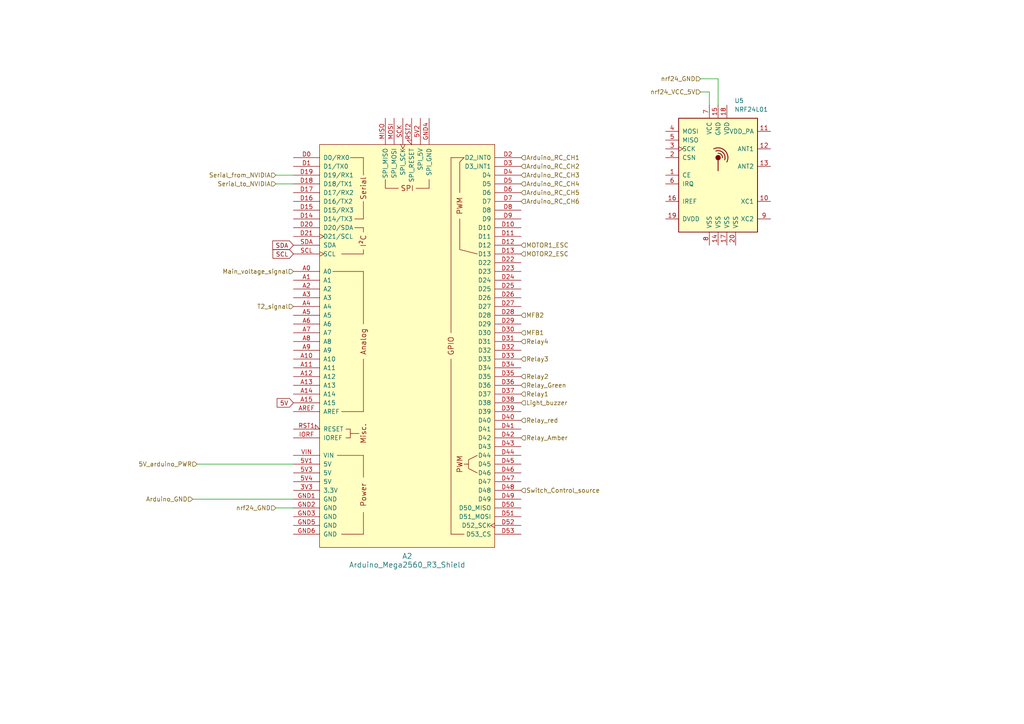
<source format=kicad_sch>
(kicad_sch (version 20230121) (generator eeschema)
  (paper "A4")
  (lib_symbols
    (symbol "PCM_arduino-library:Arduino_Mega2560_R3_Shield" (pin_names (offset 1.016))
      (property "Reference" "A" (at 0 -62.23 0))
      (property "Value" "Arduino_Mega2560_R3_Shield" (at 0 -66.04 0))
      (symbol "Arduino_Mega2560_R3_Shield_0_0"
        (rectangle (start -25.4 -58.42) (end 25.4 58.42) (fill (type background)))
        (rectangle (start -20.32 -31.75) (end -12.7 -31.75))
        (rectangle (start -19.05 -54.61) (end -12.7 -54.61))
        (rectangle (start -19.05 -19.05) (end -12.7 -19.05))
        (rectangle (start -19.05 26.67) (end -12.7 26.67))
        (rectangle (start -17.78 -26.67) (end -16.51 -26.67))
        (rectangle (start -17.78 -24.13) (end -16.51 -24.13))
        (rectangle (start -16.51 -25.4) (end -13.97 -25.4))
        (rectangle (start -16.51 -24.13) (end -16.51 -26.67))
        (rectangle (start -16.51 54.61) (end -12.7 54.61))
        (rectangle (start -15.24 34.29) (end -12.7 34.29))
        (rectangle (start -15.24 36.83) (end -12.7 36.83))
        (rectangle (start -12.7 -54.61) (end -12.7 -48.26))
        (rectangle (start -12.7 -31.75) (end -12.7 -38.1))
        (rectangle (start -12.7 26.67) (end -12.7 27.94))
        (rectangle (start -12.7 34.29) (end -12.7 33.02))
        (rectangle (start -12.7 41.91) (end -12.7 36.83))
        (rectangle (start -12.7 49.53) (end -12.7 54.61))
        (rectangle (start -6.35 48.26) (end -6.35 45.72))
        (rectangle (start -2.54 45.72) (end -6.35 45.72))
        (polyline (pts (xy -21.59 21.59) (xy -12.7 21.59)))
        (polyline (pts (xy -12.7 -19.05) (xy -12.7 -3.81)))
        (polyline (pts (xy -12.7 6.35) (xy -12.7 21.59)))
        (polyline (pts (xy 12.7 -54.61) (xy 16.51 -54.61)))
        (polyline (pts (xy 12.7 54.61) (xy 16.51 54.61)))
        (polyline (pts (xy 17.78 -34.29) (xy 16.51 -34.29)))
        (polyline (pts (xy 15.24 36.83) (xy 15.24 27.94) (xy 20.32 26.67)))
        (polyline (pts (xy 15.24 44.45) (xy 15.24 53.34) (xy 16.51 54.61)))
        (polyline (pts (xy 20.32 -31.75) (xy 17.78 -33.02) (xy 17.78 -35.56) (xy 20.32 -36.83)))
        (rectangle (start 6.35 45.72) (end 2.54 45.72))
        (rectangle (start 6.35 48.26) (end 6.35 45.72))
        (text "Analog" (at -12.7 1.27 900) (effects (font (size 1.524 1.524))))
        (text "I²C" (at -12.7 30.48 900) (effects (font (size 1.524 1.524))))
        (text "Misc." (at -12.7 -25.4 900) (effects (font (size 1.524 1.524))))
        (text "Power" (at -12.7 -43.18 900) (effects (font (size 1.524 1.524))))
        (text "PWM" (at 15.24 -34.29 900) (effects (font (size 1.524 1.524))))
        (text "PWM" (at 15.24 40.64 900) (effects (font (size 1.524 1.524))))
        (text "Serial" (at -12.7 45.72 900) (effects (font (size 1.524 1.524))))
        (text "SPI" (at 0 45.72 0) (effects (font (size 1.524 1.524))))
      )
      (symbol "Arduino_Mega2560_R3_Shield_1_0"
        (rectangle (start 12.7 -54.61) (end 12.7 -3.81))
        (rectangle (start 12.7 54.61) (end 12.7 3.81))
        (text "GPIO" (at 12.7 0 900) (effects (font (size 1.524 1.524))))
      )
      (symbol "Arduino_Mega2560_R3_Shield_1_1"
        (pin power_out line (at -33.02 -41.91 0) (length 7.62) (name "3.3V") (number "3V3"))
        (pin power_in line (at -33.02 -34.29 0) (length 7.62) (name "5V") (number "5V1"))
        (pin power_in line (at 3.81 66.04 270) (length 7.62) (name "SPI_5V") (number "5V2"))
        (pin power_in line (at -33.02 -36.83 0) (length 7.62) (name "5V") (number "5V3"))
        (pin power_in line (at -33.02 -39.37 0) (length 7.62) (name "5V") (number "5V4"))
        (pin bidirectional line (at -33.02 21.59 0) (length 7.62) (name "A0") (number "A0"))
        (pin bidirectional line (at -33.02 19.05 0) (length 7.62) (name "A1") (number "A1"))
        (pin bidirectional line (at -33.02 -3.81 0) (length 7.62) (name "A10") (number "A10"))
        (pin bidirectional line (at -33.02 -6.35 0) (length 7.62) (name "A11") (number "A11"))
        (pin bidirectional line (at -33.02 -8.89 0) (length 7.62) (name "A12") (number "A12"))
        (pin bidirectional line (at -33.02 -11.43 0) (length 7.62) (name "A13") (number "A13"))
        (pin bidirectional line (at -33.02 -13.97 0) (length 7.62) (name "A14") (number "A14"))
        (pin bidirectional line (at -33.02 -16.51 0) (length 7.62) (name "A15") (number "A15"))
        (pin bidirectional line (at -33.02 16.51 0) (length 7.62) (name "A2") (number "A2"))
        (pin bidirectional line (at -33.02 13.97 0) (length 7.62) (name "A3") (number "A3"))
        (pin bidirectional line (at -33.02 11.43 0) (length 7.62) (name "A4") (number "A4"))
        (pin bidirectional line (at -33.02 8.89 0) (length 7.62) (name "A5") (number "A5"))
        (pin bidirectional line (at -33.02 6.35 0) (length 7.62) (name "A6") (number "A6"))
        (pin bidirectional line (at -33.02 3.81 0) (length 7.62) (name "A7") (number "A7"))
        (pin bidirectional line (at -33.02 1.27 0) (length 7.62) (name "A8") (number "A8"))
        (pin bidirectional line (at -33.02 -1.27 0) (length 7.62) (name "A9") (number "A9"))
        (pin input line (at -33.02 -19.05 0) (length 7.62) (name "AREF") (number "AREF"))
        (pin bidirectional line (at -33.02 54.61 0) (length 7.62) (name "D0/RX0") (number "D0"))
        (pin bidirectional line (at -33.02 52.07 0) (length 7.62) (name "D1/TX0") (number "D1"))
        (pin bidirectional line (at 33.02 34.29 180) (length 7.62) (name "D10") (number "D10"))
        (pin bidirectional line (at 33.02 31.75 180) (length 7.62) (name "D11") (number "D11"))
        (pin bidirectional line (at 33.02 29.21 180) (length 7.62) (name "D12") (number "D12"))
        (pin bidirectional line (at 33.02 26.67 180) (length 7.62) (name "D13") (number "D13"))
        (pin bidirectional line (at -33.02 36.83 0) (length 7.62) (name "D14/TX3") (number "D14"))
        (pin bidirectional line (at -33.02 39.37 0) (length 7.62) (name "D15/RX3") (number "D15"))
        (pin bidirectional line (at -33.02 41.91 0) (length 7.62) (name "D16/TX2") (number "D16"))
        (pin bidirectional line (at -33.02 44.45 0) (length 7.62) (name "D17/RX2") (number "D17"))
        (pin bidirectional line (at -33.02 46.99 0) (length 7.62) (name "D18/TX1") (number "D18"))
        (pin bidirectional line (at -33.02 49.53 0) (length 7.62) (name "D19/RX1") (number "D19"))
        (pin bidirectional line (at 33.02 54.61 180) (length 7.62) (name "D2_INT0") (number "D2"))
        (pin bidirectional line (at -33.02 34.29 0) (length 7.62) (name "D20/SDA") (number "D20"))
        (pin bidirectional clock (at -33.02 31.75 0) (length 7.62) (name "D21/SCL") (number "D21"))
        (pin bidirectional line (at 33.02 24.13 180) (length 7.62) (name "D22") (number "D22"))
        (pin bidirectional line (at 33.02 21.59 180) (length 7.62) (name "D23") (number "D23"))
        (pin bidirectional line (at 33.02 19.05 180) (length 7.62) (name "D24") (number "D24"))
        (pin bidirectional line (at 33.02 16.51 180) (length 7.62) (name "D25") (number "D25"))
        (pin bidirectional line (at 33.02 13.97 180) (length 7.62) (name "D26") (number "D26"))
        (pin bidirectional line (at 33.02 11.43 180) (length 7.62) (name "D27") (number "D27"))
        (pin bidirectional line (at 33.02 8.89 180) (length 7.62) (name "D28") (number "D28"))
        (pin bidirectional line (at 33.02 6.35 180) (length 7.62) (name "D29") (number "D29"))
        (pin bidirectional line (at 33.02 52.07 180) (length 7.62) (name "D3_INT1") (number "D3"))
        (pin bidirectional line (at 33.02 3.81 180) (length 7.62) (name "D30") (number "D30"))
        (pin bidirectional line (at 33.02 1.27 180) (length 7.62) (name "D31") (number "D31"))
        (pin bidirectional line (at 33.02 -1.27 180) (length 7.62) (name "D32") (number "D32"))
        (pin bidirectional line (at 33.02 -3.81 180) (length 7.62) (name "D33") (number "D33"))
        (pin bidirectional line (at 33.02 -6.35 180) (length 7.62) (name "D34") (number "D34"))
        (pin bidirectional line (at 33.02 -8.89 180) (length 7.62) (name "D35") (number "D35"))
        (pin bidirectional line (at 33.02 -11.43 180) (length 7.62) (name "D36") (number "D36"))
        (pin bidirectional line (at 33.02 -13.97 180) (length 7.62) (name "D37") (number "D37"))
        (pin bidirectional line (at 33.02 -16.51 180) (length 7.62) (name "D38") (number "D38"))
        (pin bidirectional line (at 33.02 -19.05 180) (length 7.62) (name "D39") (number "D39"))
        (pin bidirectional line (at 33.02 49.53 180) (length 7.62) (name "D4") (number "D4"))
        (pin bidirectional line (at 33.02 -21.59 180) (length 7.62) (name "D40") (number "D40"))
        (pin bidirectional line (at 33.02 -24.13 180) (length 7.62) (name "D41") (number "D41"))
        (pin bidirectional line (at 33.02 -26.67 180) (length 7.62) (name "D42") (number "D42"))
        (pin bidirectional line (at 33.02 -29.21 180) (length 7.62) (name "D43") (number "D43"))
        (pin bidirectional line (at 33.02 -31.75 180) (length 7.62) (name "D44") (number "D44"))
        (pin bidirectional line (at 33.02 -34.29 180) (length 7.62) (name "D45") (number "D45"))
        (pin bidirectional line (at 33.02 -36.83 180) (length 7.62) (name "D46") (number "D46"))
        (pin bidirectional line (at 33.02 -39.37 180) (length 7.62) (name "D47") (number "D47"))
        (pin bidirectional line (at 33.02 -41.91 180) (length 7.62) (name "D48") (number "D48"))
        (pin bidirectional line (at 33.02 -44.45 180) (length 7.62) (name "D49") (number "D49"))
        (pin bidirectional line (at 33.02 46.99 180) (length 7.62) (name "D5") (number "D5"))
        (pin bidirectional line (at 33.02 -46.99 180) (length 7.62) (name "D50_MISO") (number "D50"))
        (pin bidirectional line (at 33.02 -49.53 180) (length 7.62) (name "D51_MOSI") (number "D51"))
        (pin bidirectional clock (at 33.02 -52.07 180) (length 7.62) (name "D52_SCK") (number "D52"))
        (pin bidirectional line (at 33.02 -54.61 180) (length 7.62) (name "D53_CS") (number "D53"))
        (pin bidirectional line (at 33.02 44.45 180) (length 7.62) (name "D6") (number "D6"))
        (pin bidirectional line (at 33.02 41.91 180) (length 7.62) (name "D7") (number "D7"))
        (pin bidirectional line (at 33.02 39.37 180) (length 7.62) (name "D8") (number "D8"))
        (pin bidirectional line (at 33.02 36.83 180) (length 7.62) (name "D9") (number "D9"))
        (pin power_in line (at -33.02 -44.45 0) (length 7.62) (name "GND") (number "GND1"))
        (pin power_in line (at -33.02 -46.99 0) (length 7.62) (name "GND") (number "GND2"))
        (pin power_in line (at -33.02 -49.53 0) (length 7.62) (name "GND") (number "GND3"))
        (pin power_in line (at 6.35 66.04 270) (length 7.62) (name "SPI_GND") (number "GND4"))
        (pin power_in line (at -33.02 -52.07 0) (length 7.62) (name "GND") (number "GND5"))
        (pin power_in line (at -33.02 -54.61 0) (length 7.62) (name "GND") (number "GND6"))
        (pin output line (at -33.02 -26.67 0) (length 7.62) (name "IOREF") (number "IORF"))
        (pin input line (at -6.35 66.04 270) (length 7.62) (name "SPI_MISO") (number "MISO"))
        (pin output line (at -3.81 66.04 270) (length 7.62) (name "SPI_MOSI") (number "MOSI"))
        (pin open_collector input_low (at -33.02 -24.13 0) (length 7.62) (name "RESET") (number "RST1"))
        (pin open_collector input_low (at 1.27 66.04 270) (length 7.62) (name "SPI_RESET") (number "RST2"))
        (pin output clock (at -1.27 66.04 270) (length 7.62) (name "SPI_SCK") (number "SCK"))
        (pin bidirectional clock (at -33.02 26.67 0) (length 7.62) (name "SCL") (number "SCL"))
        (pin bidirectional line (at -33.02 29.21 0) (length 7.62) (name "SDA") (number "SDA"))
        (pin power_in line (at -33.02 -31.75 0) (length 7.62) (name "VIN") (number "VIN"))
      )
    )
    (symbol "RF:NRF24L01" (pin_names (offset 1.016))
      (property "Reference" "U6" (at 4.7341 21.59 0))
      (property "Value" "NRF24L01" (at 4.7341 19.05 0))
      (symbol "NRF24L01_0_1"
        (rectangle (start -11.43 16.51) (end 11.43 -16.51) (stroke (width 0.254)) (fill (type background)))
        (polyline (pts (xy 0 4.445) (xy 0 1.27)) (stroke (width 0.254)))
        (circle (center 0 5.08) (radius 0.635) (stroke (width 0.254)) (fill (type outline)))
        (arc (start 1.27 5.08) (mid 0.9071 5.9946) (end 0 6.35) (stroke (width 0.254)))
        (arc (start 1.905 4.445) (mid 1.4313 6.5254) (end -0.635 6.985) (stroke (width 0.254)))
        (arc (start 2.54 3.81) (mid 2.008 7.088) (end -1.27 7.62) (stroke (width 0.254)))
        (rectangle (start 11.43 -13.97) (end 11.43 -13.97))
      )
      (symbol "NRF24L01_1_1"
        (pin input line (at -15.24 0 0) (length 3.81) (name "CE") (number "1"))
        (pin passive line (at 15.24 -7.62 180) (length 3.81) (name "XC1") (number "10"))
        (pin power_out line (at 15.24 12.7 180) (length 3.81) (name "VDD_PA") (number "11"))
        (pin passive line (at 15.24 7.62 180) (length 3.81) (name "ANT1") (number "12"))
        (pin passive line (at 15.24 2.54 180) (length 3.81) (name "ANT2") (number "13"))
        (pin power_in line (at 0 -20.32 90) (length 3.81) (name "VSS") (number "14"))
        (pin power_in line (at 0 20.32 270) (length 3.81) (name "GND") (number "15"))
        (pin passive line (at -15.24 -7.62 0) (length 3.81) (name "IREF") (number "16"))
        (pin power_in line (at 2.54 -20.32 90) (length 3.81) (name "VSS") (number "17"))
        (pin power_in line (at 2.54 20.32 270) (length 3.81) (name "VDD") (number "18"))
        (pin power_out line (at -15.24 -12.7 0) (length 3.81) (name "DVDD") (number "19"))
        (pin input line (at -15.24 5.08 0) (length 3.81) (name "CSN") (number "2"))
        (pin power_in line (at 5.08 -20.32 90) (length 3.81) (name "VSS") (number "20"))
        (pin input clock (at -15.24 7.62 0) (length 3.81) (name "SCK") (number "3"))
        (pin input line (at -15.24 12.7 0) (length 3.81) (name "MOSI") (number "4"))
        (pin output line (at -15.24 10.16 0) (length 3.81) (name "MISO") (number "5"))
        (pin output line (at -15.24 -2.54 0) (length 3.81) (name "IRQ") (number "6"))
        (pin power_in line (at -2.54 20.32 270) (length 3.81) (name "VCC") (number "7"))
        (pin power_in line (at -2.54 -20.32 90) (length 3.81) (name "VSS") (number "8"))
        (pin passive line (at 15.24 -12.7 180) (length 3.81) (name "XC2") (number "9"))
      )
    )
  )
  (wire (pts (xy 208.28 22.86) (xy 208.28 30.48)))
  (wire (pts (xy 55.88 144.78) (xy 85.09 144.78)))
  (wire (pts (xy 57.15 134.62) (xy 85.09 134.62)))
  (wire (pts (xy 80.01 53.34) (xy 85.09 53.34)))
  (wire (pts (xy 205.74 26.67) (xy 203.2 26.67)))
  (wire (pts (xy 203.2 22.86) (xy 208.28 22.86)))
  (wire (pts (xy 80.01 147.32) (xy 85.09 147.32)))
  (wire (pts (xy 205.74 30.48) (xy 205.74 26.67)))
  (wire (pts (xy 80.01 50.8) (xy 85.09 50.8)))
  (global_label "SDA" (shape input) (at 85.09 71.12 180) (property "Intersheetrefs" "${INTERSHEET_REFS}" (effects hide)))
  (global_label "SCL" (shape input) (at 85.09 73.66 180) (property "Intersheetrefs" "${INTERSHEET_REFS}" (effects hide)))
  (global_label "5V" (shape input) (at 85.09 116.84 180) (property "Intersheetrefs" "${INTERSHEET_REFS}" (effects hide)))
  (hierarchical_label "MFB1" (shape input) (at 151.13 96.52 0))
  (hierarchical_label "Relay2" (shape input) (at 151.13 109.22 0))
  (hierarchical_label "Relay_red" (shape input) (at 151.13 121.92 0))
  (hierarchical_label "Arduino_RC_CH3" (shape input) (at 151.13 50.8 0))
  (hierarchical_label "Relay_Amber" (shape input) (at 151.13 127 0))
  (hierarchical_label "Relay1" (shape input) (at 151.13 114.3 0))
  (hierarchical_label "Main_voltage_signal" (shape input) (at 85.09 78.74 180))
  (hierarchical_label "Relay_Green" (shape input) (at 151.13 111.76 0))
  (hierarchical_label "Serial_to_NVIDIA" (shape input) (at 80.01 53.34 180))
  (hierarchical_label "Arduino_GND" (shape input) (at 55.88 144.78 180))
  (hierarchical_label "Relay3" (shape input) (at 151.13 104.14 0))
  (hierarchical_label "nrf24_GND" (shape input) (at 203.2 22.86 180))
  (hierarchical_label "Arduino_RC_CH2" (shape input) (at 151.13 48.26 0))
  (hierarchical_label "5V_arduino_PWR" (shape input) (at 57.15 134.62 180))
  (hierarchical_label "Arduino_RC_CH5" (shape input) (at 151.13 55.88 0))
  (hierarchical_label "nrf24_VCC_5V" (shape input) (at 203.2 26.67 180))
  (hierarchical_label "Arduino_RC_CH4" (shape input) (at 151.13 53.34 0))
  (hierarchical_label "nrf24_GND" (shape input) (at 80.01 147.32 180))
  (hierarchical_label "MOTOR1_ESC" (shape input) (at 151.13 71.12 0))
  (hierarchical_label "MOTOR2_ESC" (shape input) (at 151.13 73.66 0))
  (hierarchical_label "Switch_Control_source" (shape input) (at 151.13 142.24 0))
  (hierarchical_label "Arduino_RC_CH1" (shape input) (at 151.13 45.72 0))
  (hierarchical_label "Light_buzzer" (shape input) (at 151.13 116.84 0))
  (hierarchical_label "Relay4" (shape input) (at 151.13 99.06 0))
  (hierarchical_label "Arduino_RC_CH6" (shape input) (at 151.13 58.42 0))
  (hierarchical_label "Serial_from_NVIDIA" (shape input) (at 80.01 50.8 180))
  (hierarchical_label "MFB2" (shape input) (at 151.13 91.44 0))
  (hierarchical_label "T2_signal" (shape input) (at 85.09 88.9 180))
  (symbol (lib_id "RF:NRF24L01") (at 208.28 50.8 0) (unit 1)
    (property "Reference" "U5" (at 213.0141 29.21 0) (effects (justify left)))
    (property "Value" "NRF24L01" (at 213.0141 31.75 0) (effects (justify left)))
    (property "Footprint" "Package_DFN_QFN:QFN-20-1EP_4x4mm_P0.5mm_EP2.5x2.5mm" (effects hide))
    (property "Datasheet" "http://www.nordicsemi.com/eng/content/download/2730/34105/file/nRF24L01_Product_Specification_v2_0.pdf" (effects hide))
    (instances (project "MRS_Strathvoyager_2" (path "" (reference "U5") (unit 1)) (path "" (reference "U13") (unit 1)) (path "" (reference "U12") (unit 1)) (path "" (reference "U13") (unit 1))) (project "Onebox_solution" (path "" (reference "U4") (unit 1))))
  )
  (symbol (lib_id "PCM_arduino-library:Arduino_Mega2560_R3_Shield") (at 118.11 100.33 0) (unit 1)
    (property "Reference" "A2" (at 118.11 161.29 0) (effects (font (size 1.524 1.524))))
    (property "Value" "Arduino_Mega2560_R3_Shield" (at 118.11 163.83 0) (effects (font (size 1.524 1.524))))
    (property "Footprint" "PCM_arduino-library:Arduino_Mega2560_R3_Shield" (effects hide))
    (property "Datasheet" "https://docs.arduino.cc/hardware/mega-2560" (effects hide))
    (instances (project "MRS_Strathvoyager_2" (path "" (reference "A2") (unit 1)) (path "" (reference "A1") (unit 1)) (path "" (reference "A1") (unit 1)) (path "" (reference "A1") (unit 1))) (project "Onebox_solution" (path "" (reference "A1") (unit 1))))
  )
)
</source>
